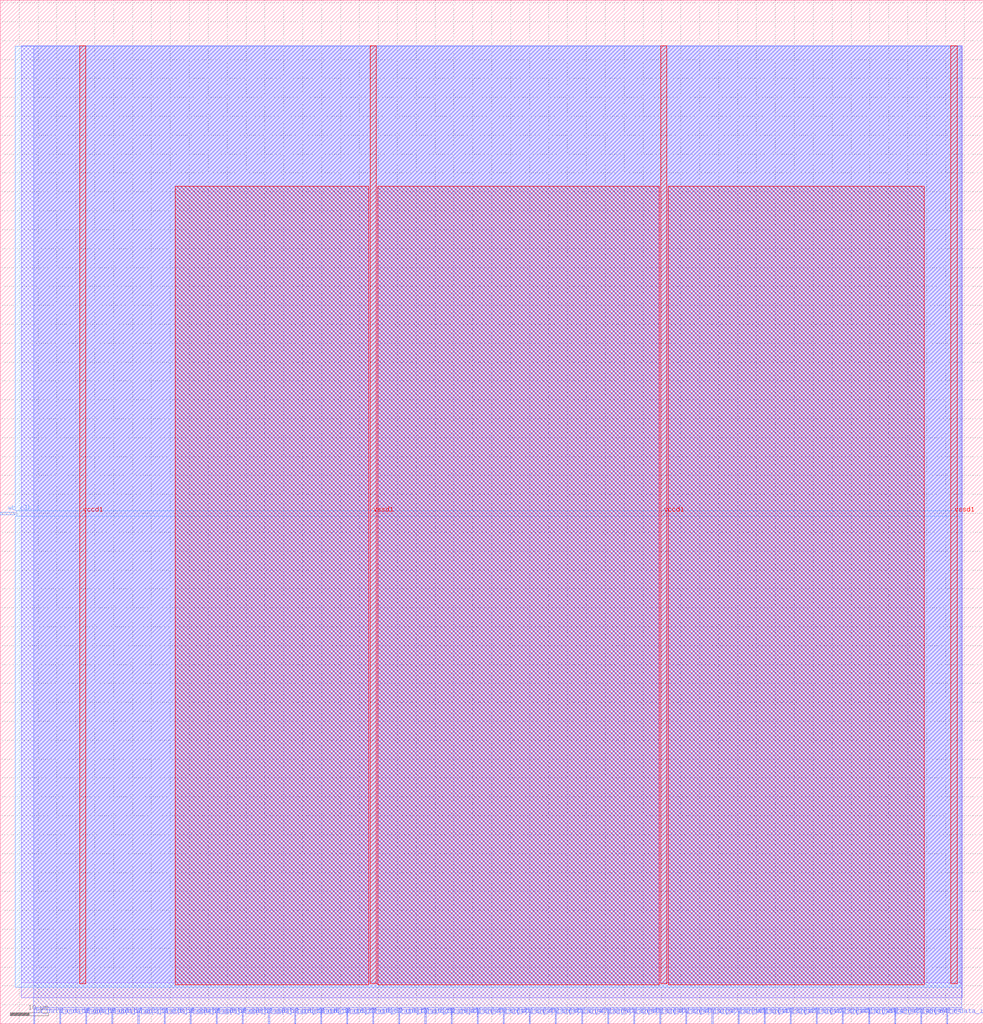
<source format=lef>
VERSION 5.7 ;
  NOWIREEXTENSIONATPIN ON ;
  DIVIDERCHAR "/" ;
  BUSBITCHARS "[]" ;
MACRO egd_top_wrapper
  CLASS BLOCK ;
  FOREIGN egd_top_wrapper ;
  ORIGIN 0.000 0.000 ;
  SIZE 259.975 BY 270.695 ;
  PIN la_data_in_47_32[0]
    DIRECTION INPUT ;
    USE SIGNAL ;
    ANTENNAGATEAREA 0.247500 ;
    PORT
      LAYER met2 ;
        RECT 112.330 0.000 112.610 4.000 ;
    END
  END la_data_in_47_32[0]
  PIN la_data_in_47_32[10]
    DIRECTION INPUT ;
    USE SIGNAL ;
    ANTENNAGATEAREA 0.247500 ;
    PORT
      LAYER met2 ;
        RECT 181.330 0.000 181.610 4.000 ;
    END
  END la_data_in_47_32[10]
  PIN la_data_in_47_32[11]
    DIRECTION INPUT ;
    USE SIGNAL ;
    ANTENNAGATEAREA 0.247500 ;
    PORT
      LAYER met2 ;
        RECT 188.230 0.000 188.510 4.000 ;
    END
  END la_data_in_47_32[11]
  PIN la_data_in_47_32[12]
    DIRECTION INPUT ;
    USE SIGNAL ;
    ANTENNAGATEAREA 0.247500 ;
    PORT
      LAYER met2 ;
        RECT 195.130 0.000 195.410 4.000 ;
    END
  END la_data_in_47_32[12]
  PIN la_data_in_47_32[13]
    DIRECTION INPUT ;
    USE SIGNAL ;
    ANTENNAGATEAREA 0.247500 ;
    PORT
      LAYER met2 ;
        RECT 202.030 0.000 202.310 4.000 ;
    END
  END la_data_in_47_32[13]
  PIN la_data_in_47_32[14]
    DIRECTION INPUT ;
    USE SIGNAL ;
    ANTENNAGATEAREA 0.247500 ;
    PORT
      LAYER met2 ;
        RECT 208.930 0.000 209.210 4.000 ;
    END
  END la_data_in_47_32[14]
  PIN la_data_in_47_32[15]
    DIRECTION INPUT ;
    USE SIGNAL ;
    ANTENNAGATEAREA 0.247500 ;
    PORT
      LAYER met2 ;
        RECT 215.830 0.000 216.110 4.000 ;
    END
  END la_data_in_47_32[15]
  PIN la_data_in_47_32[1]
    DIRECTION INPUT ;
    USE SIGNAL ;
    ANTENNAGATEAREA 0.247500 ;
    PORT
      LAYER met2 ;
        RECT 119.230 0.000 119.510 4.000 ;
    END
  END la_data_in_47_32[1]
  PIN la_data_in_47_32[2]
    DIRECTION INPUT ;
    USE SIGNAL ;
    ANTENNAGATEAREA 0.247500 ;
    PORT
      LAYER met2 ;
        RECT 126.130 0.000 126.410 4.000 ;
    END
  END la_data_in_47_32[2]
  PIN la_data_in_47_32[3]
    DIRECTION INPUT ;
    USE SIGNAL ;
    ANTENNAGATEAREA 0.247500 ;
    PORT
      LAYER met2 ;
        RECT 133.030 0.000 133.310 4.000 ;
    END
  END la_data_in_47_32[3]
  PIN la_data_in_47_32[4]
    DIRECTION INPUT ;
    USE SIGNAL ;
    ANTENNAGATEAREA 0.247500 ;
    PORT
      LAYER met2 ;
        RECT 139.930 0.000 140.210 4.000 ;
    END
  END la_data_in_47_32[4]
  PIN la_data_in_47_32[5]
    DIRECTION INPUT ;
    USE SIGNAL ;
    ANTENNAGATEAREA 0.247500 ;
    PORT
      LAYER met2 ;
        RECT 146.830 0.000 147.110 4.000 ;
    END
  END la_data_in_47_32[5]
  PIN la_data_in_47_32[6]
    DIRECTION INPUT ;
    USE SIGNAL ;
    ANTENNAGATEAREA 0.247500 ;
    PORT
      LAYER met2 ;
        RECT 153.730 0.000 154.010 4.000 ;
    END
  END la_data_in_47_32[6]
  PIN la_data_in_47_32[7]
    DIRECTION INPUT ;
    USE SIGNAL ;
    ANTENNAGATEAREA 0.247500 ;
    PORT
      LAYER met2 ;
        RECT 160.630 0.000 160.910 4.000 ;
    END
  END la_data_in_47_32[7]
  PIN la_data_in_47_32[8]
    DIRECTION INPUT ;
    USE SIGNAL ;
    ANTENNAGATEAREA 0.247500 ;
    PORT
      LAYER met2 ;
        RECT 167.530 0.000 167.810 4.000 ;
    END
  END la_data_in_47_32[8]
  PIN la_data_in_47_32[9]
    DIRECTION INPUT ;
    USE SIGNAL ;
    ANTENNAGATEAREA 0.247500 ;
    PORT
      LAYER met2 ;
        RECT 174.430 0.000 174.710 4.000 ;
    END
  END la_data_in_47_32[9]
  PIN la_data_in_49_48[0]
    DIRECTION INPUT ;
    USE SIGNAL ;
    ANTENNAGATEAREA 0.159000 ;
    PORT
      LAYER met2 ;
        RECT 222.730 0.000 223.010 4.000 ;
    END
  END la_data_in_49_48[0]
  PIN la_data_in_49_48[1]
    DIRECTION INPUT ;
    USE SIGNAL ;
    ANTENNAGATEAREA 0.213000 ;
    PORT
      LAYER met2 ;
        RECT 229.630 0.000 229.910 4.000 ;
    END
  END la_data_in_49_48[1]
  PIN la_data_in_64
    DIRECTION INPUT ;
    USE SIGNAL ;
    ANTENNAGATEAREA 0.196500 ;
    PORT
      LAYER met2 ;
        RECT 236.530 0.000 236.810 4.000 ;
    END
  END la_data_in_64
  PIN la_data_in_65
    DIRECTION INPUT ;
    USE SIGNAL ;
    ANTENNAGATEAREA 0.213000 ;
    PORT
      LAYER met2 ;
        RECT 250.330 0.000 250.610 4.000 ;
    END
  END la_data_in_65
  PIN la_data_out_15_8[0]
    DIRECTION OUTPUT TRISTATE ;
    USE SIGNAL ;
    ANTENNADIFFAREA 2.673000 ;
    PORT
      LAYER met2 ;
        RECT 8.830 0.000 9.110 4.000 ;
    END
  END la_data_out_15_8[0]
  PIN la_data_out_15_8[1]
    DIRECTION OUTPUT TRISTATE ;
    USE SIGNAL ;
    ANTENNADIFFAREA 2.673000 ;
    PORT
      LAYER met2 ;
        RECT 15.730 0.000 16.010 4.000 ;
    END
  END la_data_out_15_8[1]
  PIN la_data_out_15_8[2]
    DIRECTION OUTPUT TRISTATE ;
    USE SIGNAL ;
    ANTENNADIFFAREA 2.673000 ;
    PORT
      LAYER met2 ;
        RECT 22.630 0.000 22.910 4.000 ;
    END
  END la_data_out_15_8[2]
  PIN la_data_out_15_8[3]
    DIRECTION OUTPUT TRISTATE ;
    USE SIGNAL ;
    ANTENNADIFFAREA 2.673000 ;
    PORT
      LAYER met2 ;
        RECT 29.530 0.000 29.810 4.000 ;
    END
  END la_data_out_15_8[3]
  PIN la_data_out_15_8[4]
    DIRECTION OUTPUT TRISTATE ;
    USE SIGNAL ;
    ANTENNADIFFAREA 2.673000 ;
    PORT
      LAYER met2 ;
        RECT 36.430 0.000 36.710 4.000 ;
    END
  END la_data_out_15_8[4]
  PIN la_data_out_15_8[5]
    DIRECTION OUTPUT TRISTATE ;
    USE SIGNAL ;
    ANTENNADIFFAREA 2.673000 ;
    PORT
      LAYER met2 ;
        RECT 43.330 0.000 43.610 4.000 ;
    END
  END la_data_out_15_8[5]
  PIN la_data_out_15_8[6]
    DIRECTION OUTPUT TRISTATE ;
    USE SIGNAL ;
    ANTENNADIFFAREA 2.673000 ;
    PORT
      LAYER met2 ;
        RECT 50.230 0.000 50.510 4.000 ;
    END
  END la_data_out_15_8[6]
  PIN la_data_out_15_8[7]
    DIRECTION OUTPUT TRISTATE ;
    USE SIGNAL ;
    ANTENNADIFFAREA 2.673000 ;
    PORT
      LAYER met2 ;
        RECT 57.130 0.000 57.410 4.000 ;
    END
  END la_data_out_15_8[7]
  PIN la_data_out_18_16[0]
    DIRECTION OUTPUT TRISTATE ;
    USE SIGNAL ;
    ANTENNADIFFAREA 2.673000 ;
    PORT
      LAYER met2 ;
        RECT 64.030 0.000 64.310 4.000 ;
    END
  END la_data_out_18_16[0]
  PIN la_data_out_18_16[1]
    DIRECTION OUTPUT TRISTATE ;
    USE SIGNAL ;
    ANTENNADIFFAREA 2.673000 ;
    PORT
      LAYER met2 ;
        RECT 70.930 0.000 71.210 4.000 ;
    END
  END la_data_out_18_16[1]
  PIN la_data_out_18_16[2]
    DIRECTION OUTPUT TRISTATE ;
    USE SIGNAL ;
    ANTENNADIFFAREA 2.673000 ;
    PORT
      LAYER met2 ;
        RECT 77.830 0.000 78.110 4.000 ;
    END
  END la_data_out_18_16[2]
  PIN la_data_out_22_19[0]
    DIRECTION OUTPUT TRISTATE ;
    USE SIGNAL ;
    ANTENNADIFFAREA 2.673000 ;
    PORT
      LAYER met2 ;
        RECT 84.730 0.000 85.010 4.000 ;
    END
  END la_data_out_22_19[0]
  PIN la_data_out_22_19[1]
    DIRECTION OUTPUT TRISTATE ;
    USE SIGNAL ;
    ANTENNADIFFAREA 2.673000 ;
    PORT
      LAYER met2 ;
        RECT 91.630 0.000 91.910 4.000 ;
    END
  END la_data_out_22_19[1]
  PIN la_data_out_22_19[2]
    DIRECTION OUTPUT TRISTATE ;
    USE SIGNAL ;
    ANTENNADIFFAREA 2.673000 ;
    PORT
      LAYER met2 ;
        RECT 98.530 0.000 98.810 4.000 ;
    END
  END la_data_out_22_19[2]
  PIN la_data_out_22_19[3]
    DIRECTION OUTPUT TRISTATE ;
    USE SIGNAL ;
    ANTENNADIFFAREA 2.673000 ;
    PORT
      LAYER met2 ;
        RECT 105.430 0.000 105.710 4.000 ;
    END
  END la_data_out_22_19[3]
  PIN la_oenb_64
    DIRECTION INPUT ;
    USE SIGNAL ;
    ANTENNAGATEAREA 0.196500 ;
    PORT
      LAYER met2 ;
        RECT 243.430 0.000 243.710 4.000 ;
    END
  END la_oenb_64
  PIN vccd1
    DIRECTION INOUT ;
    USE POWER ;
    PORT
      LAYER met4 ;
        RECT 21.040 10.640 22.640 258.640 ;
    END
    PORT
      LAYER met4 ;
        RECT 174.640 10.640 176.240 258.640 ;
    END
  END vccd1
  PIN vssd1
    DIRECTION INOUT ;
    USE GROUND ;
    PORT
      LAYER met4 ;
        RECT 97.840 10.640 99.440 258.640 ;
    END
    PORT
      LAYER met4 ;
        RECT 251.440 10.640 253.040 258.640 ;
    END
  END vssd1
  PIN wb_clk_i
    DIRECTION INPUT ;
    USE SIGNAL ;
    ANTENNAGATEAREA 0.126000 ;
    PORT
      LAYER met3 ;
        RECT 0.000 134.680 4.000 135.280 ;
    END
  END wb_clk_i
  OBS
      LAYER li1 ;
        RECT 5.520 10.795 254.380 258.485 ;
      LAYER met1 ;
        RECT 5.520 6.840 254.380 258.640 ;
      LAYER met2 ;
        RECT 8.840 4.280 254.280 258.585 ;
        RECT 9.390 3.670 15.450 4.280 ;
        RECT 16.290 3.670 22.350 4.280 ;
        RECT 23.190 3.670 29.250 4.280 ;
        RECT 30.090 3.670 36.150 4.280 ;
        RECT 36.990 3.670 43.050 4.280 ;
        RECT 43.890 3.670 49.950 4.280 ;
        RECT 50.790 3.670 56.850 4.280 ;
        RECT 57.690 3.670 63.750 4.280 ;
        RECT 64.590 3.670 70.650 4.280 ;
        RECT 71.490 3.670 77.550 4.280 ;
        RECT 78.390 3.670 84.450 4.280 ;
        RECT 85.290 3.670 91.350 4.280 ;
        RECT 92.190 3.670 98.250 4.280 ;
        RECT 99.090 3.670 105.150 4.280 ;
        RECT 105.990 3.670 112.050 4.280 ;
        RECT 112.890 3.670 118.950 4.280 ;
        RECT 119.790 3.670 125.850 4.280 ;
        RECT 126.690 3.670 132.750 4.280 ;
        RECT 133.590 3.670 139.650 4.280 ;
        RECT 140.490 3.670 146.550 4.280 ;
        RECT 147.390 3.670 153.450 4.280 ;
        RECT 154.290 3.670 160.350 4.280 ;
        RECT 161.190 3.670 167.250 4.280 ;
        RECT 168.090 3.670 174.150 4.280 ;
        RECT 174.990 3.670 181.050 4.280 ;
        RECT 181.890 3.670 187.950 4.280 ;
        RECT 188.790 3.670 194.850 4.280 ;
        RECT 195.690 3.670 201.750 4.280 ;
        RECT 202.590 3.670 208.650 4.280 ;
        RECT 209.490 3.670 215.550 4.280 ;
        RECT 216.390 3.670 222.450 4.280 ;
        RECT 223.290 3.670 229.350 4.280 ;
        RECT 230.190 3.670 236.250 4.280 ;
        RECT 237.090 3.670 243.150 4.280 ;
        RECT 243.990 3.670 250.050 4.280 ;
        RECT 250.890 3.670 254.280 4.280 ;
      LAYER met3 ;
        RECT 4.000 135.680 253.855 258.565 ;
        RECT 4.400 134.280 253.855 135.680 ;
        RECT 4.000 9.695 253.855 134.280 ;
      LAYER met4 ;
        RECT 46.295 10.375 97.440 221.505 ;
        RECT 99.840 10.375 174.240 221.505 ;
        RECT 176.640 10.375 244.425 221.505 ;
  END
END egd_top_wrapper
END LIBRARY


</source>
